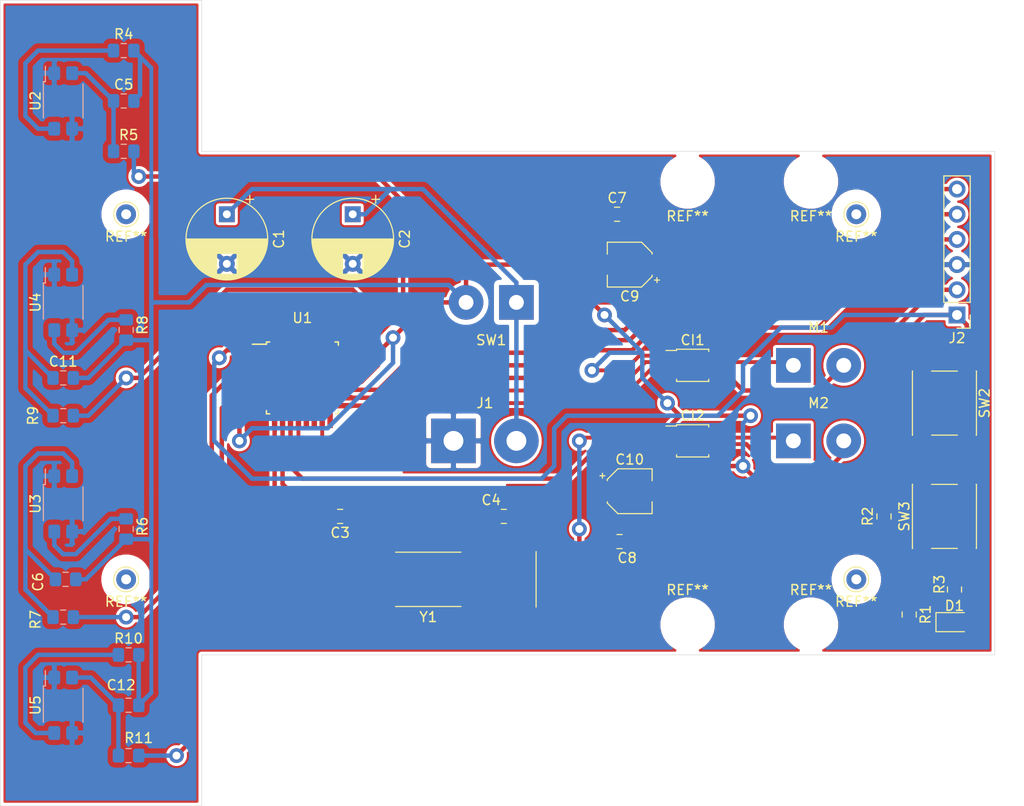
<source format=kicad_pcb>
(kicad_pcb (version 20171130) (host pcbnew "(5.1.2)-2")
  (layers (0 F.Cu signal) (31 B.Cu signal) (34 B.Paste user) (35 F.Paste user) (36 B.SilkS user) (37 F.SilkS user) (38 B.Mask user) (39 F.Mask user) (44 Edge.Cuts user))
  (net 0 "")
  (net 1 GND)
  (net 2 "Net-(C1-Pad1)")
  (net 3 "Net-(C3-Pad1)")
  (net 4 "Net-(C4-Pad2)")
  (net 5 +5V)
  (net 6 "Net-(C5-Pad2)")
  (net 7 "Net-(C6-Pad2)")
  (net 8 "Net-(C11-Pad2)")
  (net 9 "Net-(C12-Pad2)")
  (net 10 "Net-(CI1-Pad7)")
  (net 11 "Net-(CI1-Pad6)")
  (net 12 "Net-(CI1-Pad5)")
  (net 13 M1IN2)
  (net 14 M1IN1)
  (net 15 M2IN1)
  (net 16 M2IN2)
  (net 17 "Net-(CI2-Pad5)")
  (net 18 "Net-(CI2-Pad6)")
  (net 19 "Net-(CI2-Pad7)")
  (net 20 "Net-(D1-Pad1)")
  (net 21 RESET)
  (net 22 MOSI)
  (net 23 MISO)
  (net 24 SCK)
  (net 25 StartBtn)
  (net 26 "Net-(R4-Pad2)")
  (net 27 S1)
  (net 28 "Net-(R6-Pad2)")
  (net 29 S2)
  (net 30 "Net-(R8-Pad2)")
  (net 31 S3)
  (net 32 "Net-(R10-Pad2)")
  (net 33 S4)
  (net 34 "Net-(U1-Pad2)")
  (net 35 "Net-(U1-Pad3)")
  (net 36 "Net-(U1-Pad6)")
  (net 37 "Net-(U1-Pad13)")
  (net 38 "Net-(U1-Pad14)")
  (net 39 "Net-(U1-Pad16)")
  (net 40 "Net-(U1-Pad27)")
  (net 41 "Net-(U1-Pad28)")
  (module Connector_Pin:Pin_D1.0mm_L10.0mm (layer F.Cu) (at 129.54 113.03)
    (fp_text reference REF** (at 0 2.25) (layer F.SilkS))
    (fp_text value Pin_D1.0mm_L10.0mm)
    (pad 1 thru_hole circle (at 0 0) (size 2 2) (drill 1) (layers *.Cu *.Mask) (clearance 1.5))
  )
  (module MountingHole:MountingHole_2.5mm (layer F.Cu) (at 112.522 72.898 180)
    (fp_text reference REF** (at 0 -3.5) (layer F.SilkS))
    (fp_text value MountingHole_2.5mm)
    (pad "" np_thru_hole circle (at 0 0 180) (size 2.5 2.5) (drill 2.5) (layers *.Cu *.Mask) (clearance 1.5))
  )
  (module MountingHole:MountingHole_2.5mm (layer F.Cu) (at 124.968 72.898 180)
    (fp_text reference REF** (at 0 -3.5) (layer F.SilkS))
    (fp_text value MountingHole_2.5mm)
    (pad "" np_thru_hole circle (at 0 0 180) (size 2.5 2.5) (drill 2.5) (layers *.Cu *.Mask) (clearance 1.5))
  )
  (module MountingHole:MountingHole_2.5mm (layer F.Cu) (at 112.522 117.602)
    (fp_text reference REF** (at 0 -3.5) (layer F.SilkS))
    (fp_text value MountingHole_2.5mm)
    (pad "" np_thru_hole circle (at 0 0) (size 2.5 2.5) (drill 2.5) (layers *.Cu *.Mask) (clearance 1.5))
  )
  (module MountingHole:MountingHole_2.5mm (layer F.Cu) (at 124.968 117.602)
    (fp_text reference REF** (at 0 -3.5) (layer F.SilkS))
    (fp_text value MountingHole_2.5mm)
    (pad "" np_thru_hole circle (at 0 0) (size 2.5 2.5) (drill 2.5) (layers *.Cu *.Mask) (clearance 1.5))
  )
  (module Connector_Pin:Pin_D1.0mm_L10.0mm (layer F.Cu) (at 55.88 113.03)
    (fp_text reference REF** (at 0 2.25) (layer F.SilkS))
    (fp_text value Pin_D1.0mm_L10.0mm)
    (pad 1 thru_hole circle (at 0 0) (size 2 2) (drill 1) (layers *.Cu *.Mask) (clearance 1.5))
  )
  (module Connector_Pin:Pin_D1.0mm_L10.0mm (layer F.Cu) (at 55.88 76.2)
    (fp_text reference REF** (at 0 2.25) (layer F.SilkS))
    (fp_text value Pin_D1.0mm_L10.0mm)
    (pad 1 thru_hole circle (at 0 0) (size 2 2) (drill 1) (layers *.Cu *.Mask) (clearance 1.5))
  )
  (module Connector_Pin:Pin_D1.0mm_L10.0mm (layer F.Cu) (at 129.54 76.2)
    (fp_text reference REF** (at 0 2.25) (layer F.SilkS))
    (fp_text value Pin_D1.0mm_L10.0mm)
    (pad 1 thru_hole circle (at 0 0) (size 2 2) (drill 1) (layers *.Cu *.Mask) (clearance 1.5))
  )
  (module OptoDevice:Everlight_ITR8307 (layer B.Cu) (at 49.53 64.77)
    (fp_text reference U2 (at -2.8 0 90) (layer F.SilkS))
    (fp_text value ITR8307)
    (pad 4 smd roundrect (at 0.9 2.8) (size 1.2 1.4) (layers B.Cu B.Paste B.Mask) (roundrect_rratio 0.2) (net 1 GND))
    (pad 2 smd roundrect (at -0.9 2.8) (size 1.2 1.4) (layers B.Cu B.Paste B.Mask) (roundrect_rratio 0.2) (net 26 "Net-(R4-Pad2)"))
    (pad 1 smd roundrect (at -0.9 -2.8) (size 1.2 1.4) (layers B.Cu B.Paste B.Mask) (roundrect_rratio 0.2) (net 1 GND))
    (pad 3 smd roundrect (at 0.9 -2.8) (size 1.2 1.4) (layers B.Cu B.Paste B.Mask) (roundrect_rratio 0.2) (net 6 "Net-(C5-Pad2)"))
  )
  (module OptoDevice:Everlight_ITR8307 (layer B.Cu) (at 49.53 125.73)
    (fp_text reference U5 (at -2.8 0 90) (layer F.SilkS))
    (fp_text value ITR8307)
    (pad 4 smd roundrect (at 0.9 2.8) (size 1.2 1.4) (layers B.Cu B.Paste B.Mask) (roundrect_rratio 0.2) (net 1 GND))
    (pad 2 smd roundrect (at -0.9 2.8) (size 1.2 1.4) (layers B.Cu B.Paste B.Mask) (roundrect_rratio 0.2) (net 32 "Net-(R10-Pad2)"))
    (pad 1 smd roundrect (at -0.9 -2.8) (size 1.2 1.4) (layers B.Cu B.Paste B.Mask) (roundrect_rratio 0.2) (net 1 GND))
    (pad 3 smd roundrect (at 0.9 -2.8) (size 1.2 1.4) (layers B.Cu B.Paste B.Mask) (roundrect_rratio 0.2) (net 9 "Net-(C12-Pad2)"))
  )
  (module OptoDevice:Everlight_ITR8307 (layer B.Cu) (at 49.53 105.41)
    (fp_text reference U3 (at -2.8 0 90) (layer F.SilkS))
    (fp_text value ITR8307)
    (pad 4 smd roundrect (at 0.9 2.8) (size 1.2 1.4) (layers B.Cu B.Paste B.Mask) (roundrect_rratio 0.2) (net 1 GND))
    (pad 2 smd roundrect (at -0.9 2.8) (size 1.2 1.4) (layers B.Cu B.Paste B.Mask) (roundrect_rratio 0.2) (net 28 "Net-(R6-Pad2)"))
    (pad 1 smd roundrect (at -0.9 -2.8) (size 1.2 1.4) (layers B.Cu B.Paste B.Mask) (roundrect_rratio 0.2) (net 1 GND))
    (pad 3 smd roundrect (at 0.9 -2.8) (size 1.2 1.4) (layers B.Cu B.Paste B.Mask) (roundrect_rratio 0.2) (net 7 "Net-(C6-Pad2)"))
  )
  (module OptoDevice:Everlight_ITR8307 (layer B.Cu) (at 49.53 85.09)
    (fp_text reference U4 (at -2.8 0 90) (layer F.SilkS))
    (fp_text value ITR8307)
    (pad 4 smd roundrect (at 0.9 2.8) (size 1.2 1.4) (layers B.Cu B.Paste B.Mask) (roundrect_rratio 0.2) (net 1 GND))
    (pad 2 smd roundrect (at -0.9 2.8) (size 1.2 1.4) (layers B.Cu B.Paste B.Mask) (roundrect_rratio 0.2) (net 30 "Net-(R8-Pad2)"))
    (pad 1 smd roundrect (at -0.9 -2.8) (size 1.2 1.4) (layers B.Cu B.Paste B.Mask) (roundrect_rratio 0.2) (net 1 GND))
    (pad 3 smd roundrect (at 0.9 -2.8) (size 1.2 1.4) (layers B.Cu B.Paste B.Mask) (roundrect_rratio 0.2) (net 8 "Net-(C11-Pad2)"))
  )
  (module Capacitor_THT:CP_Radial_D8.0mm_P5.00mm (layer F.Cu) (at 66.04 76.2 270)
    (fp_text reference C1 (at 2.5 -5.25 90) (layer F.SilkS))
    (fp_text value 3F)
    (pad 2 thru_hole circle (at 5 0 270) (size 1.6 1.6) (drill 0.8) (layers *.Cu *.Mask) (net 1 GND))
    (pad 1 thru_hole rect (at 0 0 270) (size 1.6 1.6) (drill 0.8) (layers *.Cu *.Mask) (net 2 "Net-(C1-Pad1)"))
  )
  (module Capacitor_THT:CP_Radial_D8.0mm_P5.00mm (layer F.Cu) (at 78.74 76.2 270)
    (fp_text reference C2 (at 2.5 -5.25 90) (layer F.SilkS))
    (fp_text value 3F)
    (pad 1 thru_hole rect (at 0 0 270) (size 1.6 1.6) (drill 0.8) (layers *.Cu *.Mask) (net 2 "Net-(C1-Pad1)"))
    (pad 2 thru_hole circle (at 5 0 270) (size 1.6 1.6) (drill 0.8) (layers *.Cu *.Mask) (net 1 GND))
  )
  (module Capacitor_SMD:C_0805_2012Metric_Pad1.15x1.40mm_HandSolder (layer F.Cu) (at 77.47 106.68 180)
    (fp_text reference C3 (at 0 -1.65) (layer F.SilkS))
    (fp_text value 22p)
    (pad 2 smd roundrect (at 1.025 0 180) (size 1.15 1.4) (layers F.Cu F.Paste F.Mask) (roundrect_rratio 0.217) (net 1 GND))
    (pad 1 smd roundrect (at -1.025 0 180) (size 1.15 1.4) (layers F.Cu F.Paste F.Mask) (roundrect_rratio 0.217391) (net 3 "Net-(C3-Pad1)"))
  )
  (module Capacitor_SMD:C_0805_2012Metric_Pad1.15x1.40mm_HandSolder (layer F.Cu) (at 93.98 106.68)
    (fp_text reference C4 (at -1.27 -1.65) (layer F.SilkS))
    (fp_text value 22p)
    (pad 2 smd roundrect (at 1.025 0) (size 1.15 1.4) (layers F.Cu F.Paste F.Mask) (roundrect_rratio 0.217391) (net 4 "Net-(C4-Pad2)"))
    (pad 1 smd roundrect (at -1.025 0) (size 1.15 1.4) (layers F.Cu F.Paste F.Mask) (roundrect_rratio 0.217391) (net 1 GND))
  )
  (module Capacitor_SMD:C_0805_2012Metric_Pad1.15x1.40mm_HandSolder (layer B.Cu) (at 55.635 64.77 180)
    (fp_text reference C5 (at 0 1.65) (layer F.SilkS))
    (fp_text value 10nF)
    (pad 1 smd roundrect (at -1.025 0 180) (size 1.15 1.4) (layers B.Cu B.Paste B.Mask) (roundrect_rratio 0.217391) (net 5 +5V))
    (pad 2 smd roundrect (at 1.025 0 180) (size 1.15 1.4) (layers B.Cu B.Paste B.Mask) (roundrect_rratio 0.217391) (net 6 "Net-(C5-Pad2)"))
  )
  (module Capacitor_SMD:C_0805_2012Metric_Pad1.15x1.40mm_HandSolder (layer B.Cu) (at 49.775 113.03 180)
    (fp_text reference C6 (at 2.785 -0.254 90) (layer F.SilkS))
    (fp_text value 10nF)
    (pad 1 smd roundrect (at -1.025 0 180) (size 1.15 1.4) (layers B.Cu B.Paste B.Mask) (roundrect_rratio 0.217391) (net 5 +5V))
    (pad 2 smd roundrect (at 1.025 0 180) (size 1.15 1.4) (layers B.Cu B.Paste B.Mask) (roundrect_rratio 0.217391) (net 7 "Net-(C6-Pad2)"))
  )
  (module Capacitor_SMD:C_0805_2012Metric_Pad1.15x1.40mm_HandSolder (layer F.Cu) (at 105.41 76.2)
    (fp_text reference C7 (at 0 -1.65) (layer F.SilkS))
    (fp_text value 100n)
    (pad 2 smd roundrect (at 1.025 0) (size 1.15 1.4) (layers F.Cu F.Paste F.Mask) (roundrect_rratio 0.217391) (net 5 +5V))
    (pad 1 smd roundrect (at -1.025 0) (size 1.15 1.4) (layers F.Cu F.Paste F.Mask) (roundrect_rratio 0.217391) (net 1 GND))
  )
  (module Capacitor_SMD:C_0805_2012Metric_Pad1.15x1.40mm_HandSolder (layer F.Cu) (at 105.655 109.22 180)
    (fp_text reference C8 (at -0.771 -1.65) (layer F.SilkS))
    (fp_text value 100n)
    (pad 1 smd roundrect (at -1.025 0 180) (size 1.15 1.4) (layers F.Cu F.Paste F.Mask) (roundrect_rratio 0.217391) (net 1 GND))
    (pad 2 smd roundrect (at 1.025 0 180) (size 1.15 1.4) (layers F.Cu F.Paste F.Mask) (roundrect_rratio 0.217391) (net 5 +5V))
  )
  (module Capacitor_SMD:CP_Elec_4x5.3 (layer F.Cu) (at 106.68 81.28 180)
    (fp_text reference C9 (at 0 -3.2) (layer F.SilkS))
    (fp_text value 10uF)
    (pad 1 smd roundrect (at -1.8 0 180) (size 2.6 1.6) (layers F.Cu F.Paste F.Mask) (roundrect_rratio 0.15625) (net 5 +5V))
    (pad 2 smd roundrect (at 1.8 0 180) (size 2.6 1.6) (layers F.Cu F.Paste F.Mask) (roundrect_rratio 0.15625) (net 1 GND))
  )
  (module Capacitor_SMD:CP_Elec_4x5.3 (layer F.Cu) (at 106.68 104.14)
    (fp_text reference C10 (at 0 -3.2) (layer F.SilkS))
    (fp_text value 10uF)
    (pad 2 smd roundrect (at 1.8 0) (size 2.6 1.6) (layers F.Cu F.Paste F.Mask) (roundrect_rratio 0.15625) (net 1 GND))
    (pad 1 smd roundrect (at -1.8 0) (size 2.6 1.6) (layers F.Cu F.Paste F.Mask) (roundrect_rratio 0.15625) (net 5 +5V))
  )
  (module Capacitor_SMD:C_0805_2012Metric_Pad1.15x1.40mm_HandSolder (layer B.Cu) (at 49.53 92.71 180)
    (fp_text reference C11 (at 0 1.65) (layer F.SilkS))
    (fp_text value 10nF)
    (pad 2 smd roundrect (at 1.025 0 180) (size 1.15 1.4) (layers B.Cu B.Paste B.Mask) (roundrect_rratio 0.217391) (net 8 "Net-(C11-Pad2)"))
    (pad 1 smd roundrect (at -1.025 0 180) (size 1.15 1.4) (layers B.Cu B.Paste B.Mask) (roundrect_rratio 0.217391) (net 5 +5V))
  )
  (module Capacitor_SMD:C_0805_2012Metric_Pad1.15x1.40mm_HandSolder (layer B.Cu) (at 56.125 125.73 180)
    (fp_text reference C12 (at 0.753 2.032) (layer F.SilkS))
    (fp_text value 10nF)
    (pad 1 smd roundrect (at -1.025 0 180) (size 1.15 1.4) (layers B.Cu B.Paste B.Mask) (roundrect_rratio 0.217391) (net 5 +5V))
    (pad 2 smd roundrect (at 1.025 0 180) (size 1.15 1.4) (layers B.Cu B.Paste B.Mask) (roundrect_rratio 0.217391) (net 9 "Net-(C12-Pad2)"))
  )
  (module Package_SO:OnSemi_Micro8 (layer F.Cu) (at 113.03 91.44)
    (fp_text reference CI1 (at 0 -2.55) (layer F.SilkS))
    (fp_text value LB1938FA-BH)
    (pad 8 smd rect (at 2.225 -0.975) (size 0.8 0.48) (layers F.Cu F.Paste F.Mask) (net 1 GND))
    (pad 7 smd rect (at 2.225 -0.325) (size 0.8 0.48) (layers F.Cu F.Paste F.Mask) (net 10 "Net-(CI1-Pad7)"))
    (pad 6 smd rect (at 2.225 0.325) (size 0.8 0.48) (layers F.Cu F.Paste F.Mask) (net 11 "Net-(CI1-Pad6)"))
    (pad 5 smd rect (at 2.225 0.975) (size 0.8 0.48) (layers F.Cu F.Paste F.Mask) (net 12 "Net-(CI1-Pad5)"))
    (pad 4 smd rect (at -2.225 0.975) (size 0.8 0.48) (layers F.Cu F.Paste F.Mask) (net 1 GND))
    (pad 3 smd rect (at -2.225 0.325) (size 0.8 0.48) (layers F.Cu F.Paste F.Mask) (net 13 M1IN2))
    (pad 2 smd rect (at -2.225 -0.325) (size 0.8 0.48) (layers F.Cu F.Paste F.Mask) (net 14 M1IN1))
    (pad 1 smd rect (at -2.225 -0.975) (size 0.8 0.48) (layers F.Cu F.Paste F.Mask) (net 5 +5V))
  )
  (module Package_SO:OnSemi_Micro8 (layer F.Cu) (at 113.03 99.06)
    (fp_text reference CI2 (at 0 -2.55) (layer F.SilkS))
    (fp_text value LB1938FA-BH)
    (pad 8 smd rect (at 2.225 -0.975) (size 0.8 0.48) (layers F.Cu F.Paste F.Mask) (net 1 GND))
    (pad 7 smd rect (at 2.225 -0.325) (size 0.8 0.48) (layers F.Cu F.Paste F.Mask) (net 19 "Net-(CI2-Pad7)"))
    (pad 6 smd rect (at 2.225 0.325) (size 0.8 0.48) (layers F.Cu F.Paste F.Mask) (net 18 "Net-(CI2-Pad6)"))
    (pad 5 smd rect (at 2.225 0.975) (size 0.8 0.48) (layers F.Cu F.Paste F.Mask) (net 17 "Net-(CI2-Pad5)"))
    (pad 4 smd rect (at -2.225 0.975) (size 0.8 0.48) (layers F.Cu F.Paste F.Mask) (net 1 GND))
    (pad 3 smd rect (at -2.225 0.325) (size 0.8 0.48) (layers F.Cu F.Paste F.Mask) (net 16 M2IN2))
    (pad 2 smd rect (at -2.225 -0.325) (size 0.8 0.48) (layers F.Cu F.Paste F.Mask) (net 15 M2IN1))
    (pad 1 smd rect (at -2.225 -0.975) (size 0.8 0.48) (layers F.Cu F.Paste F.Mask) (net 5 +5V))
  )
  (module LED_SMD:LED_0805_2012Metric_Pad1.15x1.40mm_HandSolder (layer F.Cu) (at 139.437 117.348)
    (fp_text reference D1 (at 0 -1.65) (layer F.SilkS))
    (fp_text value LED)
    (pad 2 smd roundrect (at 1.025 0) (size 1.15 1.4) (layers F.Cu F.Paste F.Mask) (roundrect_rratio 0.217391) (net 5 +5V))
    (pad 1 smd roundrect (at -1.025 0) (size 1.15 1.4) (layers F.Cu F.Paste F.Mask) (roundrect_rratio 0.217391) (net 20 "Net-(D1-Pad1)"))
  )
  (module Connector_Wire:SolderWirePad_1x02_P7.62mm_Drill2mm (layer F.Cu) (at 88.9 99.06)
    (fp_text reference J1 (at 3.175 -3.81) (layer F.SilkS))
    (fp_text value Conn_01x02)
    (pad 1 thru_hole rect (at 0 0) (size 4.50088 4.50088) (drill 1.99898) (layers *.Cu *.Mask) (net 1 GND))
    (pad 2 thru_hole circle (at 6.35 0) (size 4.50088 4.50088) (drill 1.99898) (layers *.Cu *.Mask) (net 2 "Net-(C1-Pad1)"))
  )
  (module Connector_PinHeader_2.54mm:PinHeader_1x06_P2.54mm_Vertical (layer F.Cu) (at 139.7 86.36 180)
    (fp_text reference J2 (at 0 -2.33) (layer F.SilkS))
    (fp_text value Conn_01x06_Male)
    (pad 1 thru_hole rect (at 0 0 180) (size 1.7 1.7) (drill 1) (layers *.Cu *.Mask) (net 21 RESET))
    (pad 2 thru_hole oval (at 0 2.54 180) (size 1.7 1.7) (drill 1) (layers *.Cu *.Mask) (net 5 +5V))
    (pad 3 thru_hole oval (at 0 5.08 180) (size 1.7 1.7) (drill 1) (layers *.Cu *.Mask) (net 1 GND))
    (pad 4 thru_hole oval (at 0 7.62 180) (size 1.7 1.7) (drill 1) (layers *.Cu *.Mask) (net 22 MOSI))
    (pad 5 thru_hole oval (at 0 10.16 180) (size 1.7 1.7) (drill 1) (layers *.Cu *.Mask) (net 23 MISO))
    (pad 6 thru_hole oval (at 0 12.7 180) (size 1.7 1.7) (drill 1) (layers *.Cu *.Mask) (net 24 SCK))
  )
  (module Connector_Wire:SolderWirePad_1x02_P5.08mm_Drill1.5mm (layer F.Cu) (at 123.19 91.44)
    (fp_text reference M1 (at 2.54 -3.81) (layer F.SilkS))
    (fp_text value Motor_DC)
    (pad 1 thru_hole rect (at 0 0) (size 3.50012 3.50012) (drill 1.50114) (layers *.Cu *.Mask) (net 10 "Net-(CI1-Pad7)"))
    (pad 2 thru_hole circle (at 5.08 0) (size 3.50012 3.50012) (drill 1.50114) (layers *.Cu *.Mask) (net 11 "Net-(CI1-Pad6)"))
  )
  (module Connector_Wire:SolderWirePad_1x02_P5.08mm_Drill1.5mm (layer F.Cu) (at 123.19 99.06)
    (fp_text reference M2 (at 2.54 -3.81) (layer F.SilkS))
    (fp_text value Motor_DC)
    (pad 2 thru_hole circle (at 5.08 0) (size 3.50012 3.50012) (drill 1.50114) (layers *.Cu *.Mask) (net 18 "Net-(CI2-Pad6)"))
    (pad 1 thru_hole rect (at 0 0) (size 3.50012 3.50012) (drill 1.50114) (layers *.Cu *.Mask) (net 19 "Net-(CI2-Pad7)"))
  )
  (module Resistor_SMD:R_0805_2012Metric_Pad1.15x1.40mm_HandSolder (layer F.Cu) (at 134.874 116.577 270)
    (fp_text reference R1 (at 0 -1.65 90) (layer F.SilkS))
    (fp_text value 1K)
    (pad 2 smd roundrect (at 1.025 0 270) (size 1.15 1.4) (layers F.Cu F.Paste F.Mask) (roundrect_rratio 0.217391) (net 20 "Net-(D1-Pad1)"))
    (pad 1 smd roundrect (at -1.025 0 270) (size 1.15 1.4) (layers F.Cu F.Paste F.Mask) (roundrect_rratio 0.217391) (net 1 GND))
  )
  (module Resistor_SMD:R_0805_2012Metric_Pad1.15x1.40mm_HandSolder (layer F.Cu) (at 132.334 106.68 90)
    (fp_text reference R2 (at 0 -1.65 90) (layer F.SilkS))
    (fp_text value 10K)
    (pad 1 smd roundrect (at -1.025 0 90) (size 1.15 1.4) (layers F.Cu F.Paste F.Mask) (roundrect_rratio 0.217391) (net 5 +5V))
    (pad 2 smd roundrect (at 1.025 0 90) (size 1.15 1.4) (layers F.Cu F.Paste F.Mask) (roundrect_rratio 0.217391) (net 21 RESET))
  )
  (module Resistor_SMD:R_0805_2012Metric_Pad1.15x1.40mm_HandSolder (layer F.Cu) (at 139.446 114.055 90)
    (fp_text reference R3 (at 0.517 -1.524 90) (layer F.SilkS))
    (fp_text value 10K)
    (pad 1 smd roundrect (at -1.025 0 90) (size 1.15 1.4) (layers F.Cu F.Paste F.Mask) (roundrect_rratio 0.217391) (net 5 +5V))
    (pad 2 smd roundrect (at 1.025 0 90) (size 1.15 1.4) (layers F.Cu F.Paste F.Mask) (roundrect_rratio 0.217391) (net 25 StartBtn))
  )
  (module Resistor_SMD:R_0805_2012Metric_Pad1.15x1.40mm_HandSolder (layer B.Cu) (at 55.635 59.69 180)
    (fp_text reference R4 (at 0 1.65) (layer F.SilkS))
    (fp_text value 220)
    (pad 2 smd roundrect (at 1.025 0 180) (size 1.15 1.4) (layers B.Cu B.Paste B.Mask) (roundrect_rratio 0.217391) (net 26 "Net-(R4-Pad2)"))
    (pad 1 smd roundrect (at -1.025 0 180) (size 1.15 1.4) (layers B.Cu B.Paste B.Mask) (roundrect_rratio 0.217391) (net 5 +5V))
  )
  (module Resistor_SMD:R_0805_2012Metric_Pad1.15x1.40mm_HandSolder (layer B.Cu) (at 55.635 69.85 180)
    (fp_text reference R5 (at -0.499 1.65 180) (layer F.SilkS))
    (fp_text value 220)
    (pad 1 smd roundrect (at -1.025 0 180) (size 1.15 1.4) (layers B.Cu B.Paste B.Mask) (roundrect_rratio 0.217391) (net 27 S1))
    (pad 2 smd roundrect (at 1.025 0 180) (size 1.15 1.4) (layers B.Cu B.Paste B.Mask) (roundrect_rratio 0.217391) (net 6 "Net-(C5-Pad2)"))
  )
  (module Resistor_SMD:R_0805_2012Metric_Pad1.15x1.40mm_HandSolder (layer B.Cu) (at 55.88 107.95 90)
    (fp_text reference R6 (at 0.254 1.65 90) (layer F.SilkS))
    (fp_text value 220)
    (pad 2 smd roundrect (at 1.025 0 90) (size 1.15 1.4) (layers B.Cu B.Paste B.Mask) (roundrect_rratio 0.217391) (net 28 "Net-(R6-Pad2)"))
    (pad 1 smd roundrect (at -1.025 0 90) (size 1.15 1.4) (layers B.Cu B.Paste B.Mask) (roundrect_rratio 0.217) (net 5 +5V))
  )
  (module Resistor_SMD:R_0805_2012Metric_Pad1.15x1.40mm_HandSolder (layer B.Cu) (at 49.53 116.84 180)
    (fp_text reference R7 (at 2.794 -0.254 90) (layer F.SilkS))
    (fp_text value 220)
    (pad 1 smd roundrect (at -1.025 0 180) (size 1.15 1.4) (layers B.Cu B.Paste B.Mask) (roundrect_rratio 0.217391) (net 29 S2))
    (pad 2 smd roundrect (at 1.025 0 180) (size 1.15 1.4) (layers B.Cu B.Paste B.Mask) (roundrect_rratio 0.217391) (net 7 "Net-(C6-Pad2)"))
  )
  (module Resistor_SMD:R_0805_2012Metric_Pad1.15x1.40mm_HandSolder (layer B.Cu) (at 55.88 87.875 90)
    (fp_text reference R8 (at 0.499 1.65 90) (layer F.SilkS))
    (fp_text value 220)
    (pad 2 smd roundrect (at 1.025 0 90) (size 1.15 1.4) (layers B.Cu B.Paste B.Mask) (roundrect_rratio 0.217391) (net 30 "Net-(R8-Pad2)"))
    (pad 1 smd roundrect (at -1.025 0 90) (size 1.15 1.4) (layers B.Cu B.Paste B.Mask) (roundrect_rratio 0.217391) (net 5 +5V))
  )
  (module Resistor_SMD:R_0805_2012Metric_Pad1.15x1.40mm_HandSolder (layer B.Cu) (at 49.53 96.52 180)
    (fp_text reference R9 (at 3.048 0 90) (layer F.SilkS))
    (fp_text value 220)
    (pad 1 smd roundrect (at -1.025 0 180) (size 1.15 1.4) (layers B.Cu B.Paste B.Mask) (roundrect_rratio 0.217391) (net 31 S3))
    (pad 2 smd roundrect (at 1.025 0 180) (size 1.15 1.4) (layers B.Cu B.Paste B.Mask) (roundrect_rratio 0.217391) (net 8 "Net-(C11-Pad2)"))
  )
  (module Resistor_SMD:R_0805_2012Metric_Pad1.15x1.40mm_HandSolder (layer B.Cu) (at 56.125 120.65 180)
    (fp_text reference R10 (at 0 1.65) (layer F.SilkS))
    (fp_text value 220)
    (pad 2 smd roundrect (at 1.025 0 180) (size 1.15 1.4) (layers B.Cu B.Paste B.Mask) (roundrect_rratio 0.217391) (net 32 "Net-(R10-Pad2)"))
    (pad 1 smd roundrect (at -1.025 0 180) (size 1.15 1.4) (layers B.Cu B.Paste B.Mask) (roundrect_rratio 0.217391) (net 5 +5V))
  )
  (module Resistor_SMD:R_0805_2012Metric_Pad1.15x1.40mm_HandSolder (layer B.Cu) (at 56.125 130.81 180)
    (fp_text reference R11 (at -1.025 1.778) (layer F.SilkS))
    (fp_text value 220)
    (pad 1 smd roundrect (at -1.025 0 180) (size 1.15 1.4) (layers B.Cu B.Paste B.Mask) (roundrect_rratio 0.217391) (net 33 S4))
    (pad 2 smd roundrect (at 1.025 0 180) (size 1.15 1.4) (layers B.Cu B.Paste B.Mask) (roundrect_rratio 0.217391) (net 9 "Net-(C12-Pad2)"))
  )
  (module Connector_Wire:SolderWirePad_1x02_P5.08mm_Drill1.5mm (layer F.Cu) (at 95.25 85.09 180)
    (fp_text reference SW1 (at 2.54 -3.81) (layer F.SilkS))
    (fp_text value SW_DIP_x01)
    (pad 1 thru_hole rect (at 0 0 180) (size 3.50012 3.50012) (drill 1.50114) (layers *.Cu *.Mask) (net 2 "Net-(C1-Pad1)"))
    (pad 2 thru_hole circle (at 5.08 0 180) (size 3.50012 3.50012) (drill 1.50114) (layers *.Cu *.Mask) (net 5 +5V))
  )
  (module Button_Switch_SMD:SW_Push_1P1T_NO_6x6mm_H9.5mm (layer F.Cu) (at 138.43 95.25 270)
    (fp_text reference SW2 (at 0 -4.05 90) (layer F.SilkS))
    (fp_text value SW_Push)
    (pad 2 smd rect (at -3.975 2.25 270) (size 1.55 1.3) (layers F.Cu F.Paste F.Mask) (net 1 GND))
    (pad 1 smd rect (at -3.975 -2.25 270) (size 1.55 1.3) (layers F.Cu F.Paste F.Mask) (net 21 RESET))
    (pad 1 smd rect (at 3.975 -2.25 270) (size 1.55 1.3) (layers F.Cu F.Paste F.Mask) (net 21 RESET))
    (pad 2 smd rect (at 3.975 2.25 270) (size 1.55 1.3) (layers F.Cu F.Paste F.Mask) (net 1 GND))
  )
  (module Button_Switch_SMD:SW_Push_1P1T_NO_6x6mm_H9.5mm (layer F.Cu) (at 138.43 106.68 90)
    (fp_text reference SW3 (at 0 -4.05 90) (layer F.SilkS))
    (fp_text value SW_Push)
    (pad 2 smd rect (at 3.975 2.25 90) (size 1.55 1.3) (layers F.Cu F.Paste F.Mask) (net 1 GND))
    (pad 1 smd rect (at 3.975 -2.25 90) (size 1.55 1.3) (layers F.Cu F.Paste F.Mask) (net 25 StartBtn))
    (pad 1 smd rect (at -3.975 -2.25 90) (size 1.55 1.3) (layers F.Cu F.Paste F.Mask) (net 25 StartBtn))
    (pad 2 smd rect (at -3.975 2.25 90) (size 1.55 1.3) (layers F.Cu F.Paste F.Mask) (net 1 GND))
  )
  (module Package_QFP:TQFP-32_7x7mm_P0.8mm (layer F.Cu) (at 73.66 92.71)
    (fp_text reference U1 (at 0 -6.05) (layer F.SilkS))
    (fp_text value ATmega328-PU)
    (pad 1 smd rect (at -4.25 -2.8) (size 1.6 0.55) (layers F.Cu F.Paste F.Mask) (net 21 RESET))
    (pad 2 smd rect (at -4.25 -2) (size 1.6 0.55) (layers F.Cu F.Paste F.Mask) (net 34 "Net-(U1-Pad2)"))
    (pad 3 smd rect (at -4.25 -1.2) (size 1.6 0.55) (layers F.Cu F.Paste F.Mask) (net 35 "Net-(U1-Pad3)"))
    (pad 4 smd rect (at -4.25 -0.4) (size 1.6 0.55) (layers F.Cu F.Paste F.Mask) (net 25 StartBtn))
    (pad 5 smd rect (at -4.25 0.4) (size 1.6 0.55) (layers F.Cu F.Paste F.Mask) (net 15 M2IN1))
    (pad 6 smd rect (at -4.25 1.2) (size 1.6 0.55) (layers F.Cu F.Paste F.Mask) (net 36 "Net-(U1-Pad6)"))
    (pad 7 smd rect (at -4.25 2) (size 1.6 0.55) (layers F.Cu F.Paste F.Mask) (net 5 +5V))
    (pad 8 smd rect (at -4.25 2.8) (size 1.6 0.55) (layers F.Cu F.Paste F.Mask) (net 1 GND))
    (pad 9 smd rect (at -2.8 4.25 90) (size 1.6 0.55) (layers F.Cu F.Paste F.Mask) (net 3 "Net-(C3-Pad1)"))
    (pad 10 smd rect (at -2 4.25 90) (size 1.6 0.55) (layers F.Cu F.Paste F.Mask) (net 4 "Net-(C4-Pad2)"))
    (pad 11 smd rect (at -1.2 4.25 90) (size 1.6 0.55) (layers F.Cu F.Paste F.Mask) (net 16 M2IN2))
    (pad 12 smd rect (at -0.4 4.25 90) (size 1.6 0.55) (layers F.Cu F.Paste F.Mask) (net 13 M1IN2))
    (pad 13 smd rect (at 0.4 4.25 90) (size 1.6 0.55) (layers F.Cu F.Paste F.Mask) (net 37 "Net-(U1-Pad13)"))
    (pad 14 smd rect (at 1.2 4.25 90) (size 1.6 0.55) (layers F.Cu F.Paste F.Mask) (net 38 "Net-(U1-Pad14)"))
    (pad 15 smd rect (at 2 4.25 90) (size 1.6 0.55) (layers F.Cu F.Paste F.Mask) (net 14 M1IN1))
    (pad 16 smd rect (at 2.8 4.25 90) (size 1.6 0.55) (layers F.Cu F.Paste F.Mask) (net 39 "Net-(U1-Pad16)"))
    (pad 17 smd rect (at 4.25 2.8) (size 1.6 0.55) (layers F.Cu F.Paste F.Mask) (net 22 MOSI))
    (pad 18 smd rect (at 4.25 2) (size 1.6 0.55) (layers F.Cu F.Paste F.Mask) (net 23 MISO))
    (pad 19 smd rect (at 4.25 1.2) (size 1.6 0.55) (layers F.Cu F.Paste F.Mask) (net 24 SCK))
    (pad 20 smd rect (at 4.25 0.4) (size 1.6 0.55) (layers F.Cu F.Paste F.Mask) (net 5 +5V))
    (pad 21 smd rect (at 4.25 -0.4) (size 1.6 0.55) (layers F.Cu F.Paste F.Mask) (net 5 +5V))
    (pad 22 smd rect (at 4.25 -1.2) (size 1.6 0.55) (layers F.Cu F.Paste F.Mask) (net 1 GND))
    (pad 23 smd rect (at 4.25 -2) (size 1.6 0.55) (layers F.Cu F.Paste F.Mask) (net 27 S1))
    (pad 24 smd rect (at 4.25 -2.8) (size 1.6 0.55) (layers F.Cu F.Paste F.Mask) (net 31 S3))
    (pad 25 smd rect (at 2.8 -4.25 90) (size 1.6 0.55) (layers F.Cu F.Paste F.Mask) (net 29 S2))
    (pad 26 smd rect (at 2 -4.25 90) (size 1.6 0.55) (layers F.Cu F.Paste F.Mask) (net 33 S4))
    (pad 27 smd rect (at 1.2 -4.25 90) (size 1.6 0.55) (layers F.Cu F.Paste F.Mask) (net 40 "Net-(U1-Pad27)"))
    (pad 28 smd rect (at 0.4 -4.25 90) (size 1.6 0.55) (layers F.Cu F.Paste F.Mask) (net 41 "Net-(U1-Pad28)"))
    (pad 29 smd rect (at -0.4 -4.25 90) (size 1.6 0.55) (layers F.Cu F.Paste F.Mask))
    (pad 30 smd rect (at -1.2 -4.25 90) (size 1.6 0.55) (layers F.Cu F.Paste F.Mask))
    (pad 31 smd rect (at -2 -4.25 90) (size 1.6 0.55) (layers F.Cu F.Paste F.Mask))
    (pad 32 smd rect (at -2.8 -4.25 90) (size 1.6 0.55) (layers F.Cu F.Paste F.Mask))
  )
  (module Crystal:Crystal_SMD_SeikoEpson_MA505-2Pin_12.7x5.1mm_HandSoldering (layer F.Cu) (at 86.36 113.03 180)
    (fp_text reference Y1 (at 0 -3.8) (layer F.SilkS))
    (fp_text value 16Mhz)
    (pad 1 smd rect (at -7.0875 0 180) (size 7.175 5.6) (layers F.Cu F.Paste F.Mask) (net 4 "Net-(C4-Pad2)"))
    (pad 2 smd rect (at 7.0875 0 180) (size 7.175 5.6) (layers F.Cu F.Paste F.Mask) (net 3 "Net-(C3-Pad1)"))
  )
  (gr_line (start 43.18 135.89) (end 43.18 54.61) (layer Edge.Cuts) (width 0.05))
  (gr_line (start 63.5 135.89) (end 43.18 135.89) (layer Edge.Cuts) (width 0.05))
  (gr_line (start 63.5 120.65) (end 63.5 135.89) (layer Edge.Cuts) (width 0.05))
  (gr_line (start 143.51 120.65) (end 63.5 120.65) (layer Edge.Cuts) (width 0.05))
  (gr_line (start 143.51 69.85) (end 143.51 120.65) (layer Edge.Cuts) (width 0.05))
  (gr_line (start 63.5 69.85) (end 143.51 69.85) (layer Edge.Cuts) (width 0.05))
  (gr_line (start 63.5 54.61) (end 63.5 69.85) (layer Edge.Cuts) (width 0.05))
  (gr_line (start 43.18 54.61) (end 63.5 54.61) (layer Edge.Cuts) (width 0.05))
  (segment (start 95.25 99.06) (end 95.25 85.09) (width 0.45) (layer B.Cu) (net 2))
  (segment (start 95.25 85.09) (end 95.25 83.08994) (width 0.45) (layer B.Cu) (net 2))
  (segment (start 83.28 73.66) (end 68.58 73.66) (width 0.45) (layer B.Cu) (net 2))
  (segment (start 68.58 73.66) (end 66.04 76.2) (width 0.45) (layer B.Cu) (net 2))
  (segment (start 80.01 76.2) (end 78.74 76.2) (width 0.45) (layer B.Cu) (net 2))
  (segment (start 85.82006 73.66) (end 82.55 73.66) (width 0.45) (layer B.Cu) (net 2))
  (segment (start 82.55 73.66) (end 80.01 76.2) (width 0.45) (layer B.Cu) (net 2))
  (segment (start 95.25 83.08994) (end 85.82006 73.66) (width 0.45) (layer B.Cu) (net 2))
  (segment (start 70.86 101.82) (end 70.86 100.77) (width 0.45) (layer F.Cu) (net 3))
  (segment (start 70.86 98.05) (end 70.86 96.96) (width 0.45) (layer F.Cu) (net 3))
  (segment (start 70.86 100.77) (end 70.86 98.05) (width 0.45) (layer F.Cu) (net 3))
  (segment (start 70.86 103.88) (end 70.86 100.77) (width 0.45) (layer F.Cu) (net 3))
  (segment (start 78.495 112.2525) (end 79.2725 113.03) (width 0.45) (layer F.Cu) (net 3))
  (segment (start 78.495 106.68) (end 78.495 112.2525) (width 0.45) (layer F.Cu) (net 3))
  (segment (start 72.39 105.41) (end 70.86 103.88) (width 0.45) (layer F.Cu) (net 3))
  (segment (start 77.225 105.41) (end 72.39 105.41) (width 0.45) (layer F.Cu) (net 3))
  (segment (start 78.495 106.68) (end 77.225 105.41) (width 0.45) (layer F.Cu) (net 3))
  (segment (start 95.005 111.4725) (end 93.4475 113.03) (width 0.45) (layer F.Cu) (net 4))
  (segment (start 95.005 106.68) (end 95.005 111.4725) (width 0.45) (layer F.Cu) (net 4))
  (segment (start 95.005 105.038) (end 95.005 106.68) (width 0.45) (layer F.Cu) (net 4))
  (segment (start 94.107 104.14) (end 95.005 105.038) (width 0.45) (layer F.Cu) (net 4))
  (segment (start 72.39 104.14) (end 94.107 104.14) (width 0.45) (layer F.Cu) (net 4))
  (segment (start 71.66 96.96) (end 71.66 103.41) (width 0.45) (layer F.Cu) (net 4))
  (segment (start 71.66 103.41) (end 72.39 104.14) (width 0.45) (layer F.Cu) (net 4))
  (segment (start 77.91 92.31) (end 79.14 92.31) (width 0.45) (layer F.Cu) (net 5))
  (segment (start 86.36 85.09) (end 90.17 85.09) (width 0.45) (layer F.Cu) (net 5))
  (segment (start 77.91 93.11) (end 79.61 93.11) (width 0.45) (layer F.Cu) (net 5))
  (segment (start 79.61 93.11) (end 81.28 91.44) (width 0.45) (layer F.Cu) (net 5))
  (segment (start 81.28 91.44) (end 81.28 90.17) (width 0.45) (layer F.Cu) (net 5))
  (segment (start 79.14 92.31) (end 81.28 90.17) (width 0.45) (layer F.Cu) (net 5))
  (segment (start 81.28 90.17) (end 86.36 85.09) (width 0.45) (layer F.Cu) (net 5))
  (segment (start 68.58 97.79) (end 72.39 97.79) (width 0.45) (layer B.Cu) (net 5))
  (segment (start 72.39 97.79) (end 76.2 97.79) (width 0.45) (layer B.Cu) (net 5))
  (segment (start 76.2 97.79) (end 80.01 93.98) (width 0.45) (layer B.Cu) (net 5))
  (segment (start 80.01 93.98) (end 81.28 92.71) (width 0.45) (layer B.Cu) (net 5))
  (segment (start 63.5 83.82) (end 63.5 83.82) (width 0.45) (layer B.Cu) (net 5))
  (segment (start 102.87 85.09) (end 107.95 85.09) (width 0.45) (layer F.Cu) (net 5))
  (segment (start 107.95 85.09) (end 110.49 82.55) (width 0.45) (layer F.Cu) (net 5))
  (segment (start 110.49 82.55) (end 110.49 81.28) (width 0.45) (layer F.Cu) (net 5))
  (segment (start 110.49 81.28) (end 108.48 81.28) (width 0.45) (layer F.Cu) (net 5))
  (segment (start 106.435 76.2) (end 109.22 76.2) (width 0.45) (layer F.Cu) (net 5))
  (segment (start 109.22 76.2) (end 110.49 77.47) (width 0.45) (layer F.Cu) (net 5))
  (segment (start 110.49 77.47) (end 110.49 81.28) (width 0.45) (layer F.Cu) (net 5))
  (segment (start 104.63 104.39) (end 104.88 104.14) (width 0.45) (layer F.Cu) (net 5))
  (segment (start 104.63 109.22) (end 104.63 104.39) (width 0.45) (layer F.Cu) (net 5))
  (segment (start 56.66 59.69) (end 58.42 61.45) (width 0.45) (layer B.Cu) (net 5))
  (segment (start 57.15 125.73) (end 58.42 124.46) (width 0.45) (layer B.Cu) (net 5))
  (segment (start 57.15 120.65) (end 57.15 125.73) (width 0.45) (layer B.Cu) (net 5))
  (segment (start 58.42 61.45) (end 58.42 78.74) (width 0.39) (layer B.Cu) (net 5))
  (segment (start 57.283372 60.313372) (end 56.66 59.69) (width 0.45) (layer B.Cu) (net 5))
  (segment (start 57.283372 64.146628) (end 57.283372 60.313372) (width 0.45) (layer B.Cu) (net 5))
  (segment (start 56.66 64.77) (end 57.283372 64.146628) (width 0.45) (layer B.Cu) (net 5))
  (segment (start 62.23 85.09) (end 58.42 85.09) (width 0.45) (layer B.Cu) (net 5))
  (segment (start 63.980059 83.339941) (end 62.23 85.09) (width 0.45) (layer B.Cu) (net 5))
  (segment (start 90.17 85.09) (end 88.419941 83.339941) (width 0.45) (layer B.Cu) (net 5))
  (segment (start 58.42 78.74) (end 58.42 85.09) (width 0.45) (layer B.Cu) (net 5))
  (segment (start 88.419941 83.339941) (end 63.980059 83.339941) (width 0.45) (layer B.Cu) (net 5))
  (segment (start 51.825 113.03) (end 55.88 108.975) (width 0.45) (layer B.Cu) (net 5))
  (segment (start 50.8 113.03) (end 51.825 113.03) (width 0.45) (layer B.Cu) (net 5))
  (segment (start 58.175 108.975) (end 58.42 109.22) (width 0.45) (layer B.Cu) (net 5))
  (segment (start 55.88 108.975) (end 58.175 108.975) (width 0.45) (layer B.Cu) (net 5))
  (segment (start 58.42 104.14) (end 58.42 109.22) (width 0.45) (layer B.Cu) (net 5))
  (segment (start 58.42 109.22) (end 58.42 124.46) (width 0.39) (layer B.Cu) (net 5))
  (segment (start 52.07 92.71) (end 55.88 88.9) (width 0.45) (layer B.Cu) (net 5))
  (segment (start 50.555 92.71) (end 52.07 92.71) (width 0.45) (layer B.Cu) (net 5))
  (segment (start 55.88 88.9) (end 58.42 88.9) (width 0.45) (layer B.Cu) (net 5))
  (segment (start 58.42 85.09) (end 58.42 88.9) (width 0.45) (layer B.Cu) (net 5))
  (segment (start 58.42 88.9) (end 58.42 104.14) (width 0.45) (layer B.Cu) (net 5))
  (segment (start 104.14 86.36) (end 104.14 86.36) (width 0.45) (layer F.Cu) (net 5))
  (via (at 104.14 86.36) (size 1.5) (drill 0.8) (layers F.Cu B.Cu) (net 5))
  (segment (start 102.87 85.09) (end 104.14 86.36) (width 0.45) (layer F.Cu) (net 5))
  (segment (start 99.06 81.28) (end 102.87 85.09) (width 0.45) (layer F.Cu) (net 5))
  (segment (start 90.17 85.09) (end 90.17 82.55) (width 0.45) (layer F.Cu) (net 5))
  (segment (start 90.17 82.55) (end 91.44 81.28) (width 0.45) (layer F.Cu) (net 5))
  (segment (start 91.44 81.28) (end 99.06 81.28) (width 0.45) (layer F.Cu) (net 5))
  (segment (start 119.888 103.378) (end 127.753 103.378) (width 0.45) (layer F.Cu) (net 5))
  (segment (start 127.753 103.378) (end 129.286 104.911) (width 0.45) (layer F.Cu) (net 5))
  (segment (start 118.11 101.6) (end 119.888 103.378) (width 0.45) (layer F.Cu) (net 5))
  (segment (start 107.95 90.17) (end 104.14 86.36) (width 0.45) (layer B.Cu) (net 5))
  (segment (start 107.95 90.17) (end 107.95 92.71) (width 0.45) (layer B.Cu) (net 5))
  (segment (start 107.95 92.71) (end 109.22 93.98) (width 0.45) (layer B.Cu) (net 5))
  (segment (start 110.49 95.25) (end 109.22 93.98) (width 0.45) (layer B.Cu) (net 5))
  (segment (start 110.49 95.25) (end 110.49 95.25) (width 0.45) (layer F.Cu) (net 5))
  (via (at 110.49 95.25) (size 1.5) (drill 0.8) (layers F.Cu B.Cu) (net 5))
  (segment (start 110.805 97.475) (end 110.805 98.085) (width 0.39) (layer F.Cu) (net 5))
  (segment (start 111.76 96.52) (end 110.805 97.475) (width 0.45) (layer F.Cu) (net 5))
  (segment (start 111.76 96.52) (end 110.49 95.25) (width 0.45) (layer F.Cu) (net 5))
  (segment (start 118.11 101.6) (end 118.11 101.6) (width 0.45) (layer B.Cu) (net 5))
  (via (at 118.11 101.6) (size 1.5) (drill 0.8) (layers F.Cu B.Cu) (net 5))
  (segment (start 140.462 116.096) (end 139.446 115.08) (width 0.45) (layer F.Cu) (net 5))
  (segment (start 140.462 117.348) (end 140.462 116.096) (width 0.45) (layer F.Cu) (net 5))
  (segment (start 137.414 83.82) (end 139.7 83.82) (width 0.45) (layer F.Cu) (net 5))
  (segment (start 116.84 96.52) (end 116.84 96.52) (width 0.45) (layer F.Cu) (net 5))
  (segment (start 118.11 97.79) (end 118.11 101.6) (width 0.45) (layer B.Cu) (net 5))
  (segment (start 114.046 101.6) (end 118.11 101.6) (width 0.45) (layer F.Cu) (net 5))
  (segment (start 104.63 110.98) (end 105.41 111.76) (width 0.45) (layer F.Cu) (net 5))
  (segment (start 104.63 109.22) (end 104.63 110.98) (width 0.45) (layer F.Cu) (net 5))
  (segment (start 105.41 111.76) (end 108.204 111.76) (width 0.45) (layer F.Cu) (net 5))
  (segment (start 108.204 111.76) (end 111.506 108.458) (width 0.45) (layer F.Cu) (net 5))
  (segment (start 111.506 108.458) (end 111.506 104.14) (width 0.45) (layer F.Cu) (net 5))
  (segment (start 111.506 104.14) (end 114.046 101.6) (width 0.45) (layer F.Cu) (net 5))
  (segment (start 138.646 115.08) (end 139.446 115.08) (width 0.45) (layer F.Cu) (net 5))
  (segment (start 138.628 115.062) (end 138.646 115.08) (width 0.45) (layer F.Cu) (net 5))
  (segment (start 137.668 115.062) (end 138.628 115.062) (width 0.45) (layer F.Cu) (net 5))
  (segment (start 132.334 107.705) (end 132.334 109.728) (width 0.45) (layer F.Cu) (net 5))
  (segment (start 132.334 109.728) (end 137.668 115.062) (width 0.45) (layer F.Cu) (net 5))
  (segment (start 132.334 107.705) (end 130.819 107.705) (width 0.45) (layer F.Cu) (net 5))
  (segment (start 129.286 106.172) (end 129.286 104.911) (width 0.45) (layer F.Cu) (net 5))
  (segment (start 130.819 107.705) (end 129.286 106.172) (width 0.45) (layer F.Cu) (net 5))
  (segment (start 132.588 88.646) (end 134.112 87.122) (width 0.45) (layer F.Cu) (net 5))
  (segment (start 132.588 100.076) (end 132.588 88.646) (width 0.45) (layer F.Cu) (net 5))
  (segment (start 129.286 103.378) (end 132.588 100.076) (width 0.45) (layer F.Cu) (net 5))
  (segment (start 129.286 104.911) (end 129.286 103.378) (width 0.45) (layer F.Cu) (net 5))
  (segment (start 133.604 87.63) (end 134.112 87.122) (width 0.45) (layer F.Cu) (net 5))
  (segment (start 134.112 87.122) (end 137.414 83.82) (width 0.45) (layer F.Cu) (net 5))
  (segment (start 68.58 97.79) (end 67.31 99.06) (width 0.45) (layer B.Cu) (net 5))
  (segment (start 67.31 99.06) (end 67.31 99.06) (width 0.45) (layer B.Cu) (net 5))
  (via (at 67.31 99.06) (size 1.5) (drill 0.8) (layers F.Cu B.Cu) (net 5))
  (segment (start 67.31 95.25) (end 67.31 99.06) (width 0.45) (layer F.Cu) (net 5))
  (segment (start 69.41 94.71) (end 67.85 94.71) (width 0.45) (layer F.Cu) (net 5))
  (segment (start 67.85 94.71) (end 67.31 95.25) (width 0.45) (layer F.Cu) (net 5))
  (segment (start 81.28 92.71) (end 82.55 91.44) (width 0.45) (layer B.Cu) (net 5))
  (segment (start 82.55 91.44) (end 82.804 91.186) (width 0.45) (layer B.Cu) (net 5))
  (segment (start 82.804 91.186) (end 82.804 88.646) (width 0.45) (layer B.Cu) (net 5))
  (segment (start 82.804 88.646) (end 82.804 88.646) (width 0.45) (layer B.Cu) (net 5))
  (via (at 82.804 88.646) (size 1.5) (drill 0.8) (layers F.Cu B.Cu) (net 5))
  (segment (start 107.95 90.17) (end 104.648 90.17) (width 0.45) (layer B.Cu) (net 5))
  (segment (start 104.648 90.17) (end 102.87 91.948) (width 0.45) (layer B.Cu) (net 5))
  (segment (start 102.87 91.948) (end 102.87 91.948) (width 0.45) (layer B.Cu) (net 5))
  (via (at 102.87 91.948) (size 1.5) (drill 0.8) (layers F.Cu B.Cu) (net 5))
  (segment (start 106.172 91.948) (end 102.87 91.948) (width 0.39) (layer F.Cu) (net 5))
  (segment (start 110.805 90.465) (end 107.655 90.465) (width 0.39) (layer F.Cu) (net 5))
  (segment (start 107.655 90.465) (end 106.172 91.948) (width 0.39) (layer F.Cu) (net 5))
  (segment (start 118.11 97.79) (end 118.11 97.282) (width 0.45) (layer B.Cu) (net 5))
  (segment (start 118.11 97.282) (end 118.872 96.52) (width 0.45) (layer B.Cu) (net 5))
  (segment (start 118.872 96.52) (end 118.872 96.52) (width 0.45) (layer B.Cu) (net 5))
  (via (at 118.872 96.52) (size 1.5) (drill 0.8) (layers F.Cu B.Cu) (net 5))
  (segment (start 116.84 96.52) (end 118.872 96.52) (width 0.45) (layer F.Cu) (net 5))
  (segment (start 111.76 96.52) (end 116.84 96.52) (width 0.45) (layer F.Cu) (net 5))
  (segment (start 51.81 61.97) (end 54.61 64.77) (width 0.45) (layer B.Cu) (net 6))
  (segment (start 50.43 61.97) (end 51.81 61.97) (width 0.45) (layer B.Cu) (net 6))
  (segment (start 54.61 64.77) (end 54.61 69.85) (width 0.45) (layer B.Cu) (net 6))
  (segment (start 50.43 101.23) (end 49.53 100.33) (width 0.45) (layer B.Cu) (net 7))
  (segment (start 50.43 102.61) (end 50.43 101.23) (width 0.45) (layer B.Cu) (net 7))
  (segment (start 49.53 100.33) (end 46.99 100.33) (width 0.45) (layer B.Cu) (net 7))
  (segment (start 46.99 100.33) (end 45.72 101.6) (width 0.45) (layer B.Cu) (net 7))
  (segment (start 45.72 110) (end 48.75 113.03) (width 0.45) (layer B.Cu) (net 7))
  (segment (start 45.72 101.6) (end 45.72 110) (width 0.45) (layer B.Cu) (net 7))
  (segment (start 45.72 114.055) (end 48.505 116.84) (width 0.45) (layer B.Cu) (net 7))
  (segment (start 45.72 110) (end 45.72 114.055) (width 0.45) (layer B.Cu) (net 7))
  (segment (start 50.43 82.29) (end 50.43 80.91) (width 0.45) (layer B.Cu) (net 8))
  (segment (start 50.43 80.91) (end 49.53 80.01) (width 0.45) (layer B.Cu) (net 8))
  (segment (start 49.53 80.01) (end 46.99 80.01) (width 0.45) (layer B.Cu) (net 8))
  (segment (start 46.99 80.01) (end 45.72 81.28) (width 0.45) (layer B.Cu) (net 8))
  (segment (start 45.72 89.925) (end 48.505 92.71) (width 0.45) (layer B.Cu) (net 8))
  (segment (start 45.72 81.28) (end 45.72 89.925) (width 0.45) (layer B.Cu) (net 8))
  (segment (start 45.72 93.735) (end 48.505 96.52) (width 0.45) (layer B.Cu) (net 8))
  (segment (start 45.72 89.925) (end 45.72 93.735) (width 0.45) (layer B.Cu) (net 8))
  (segment (start 52.3 122.93) (end 55.1 125.73) (width 0.45) (layer B.Cu) (net 9))
  (segment (start 50.43 122.93) (end 52.3 122.93) (width 0.45) (layer B.Cu) (net 9))
  (segment (start 55.1 130.01) (end 55.1 125.73) (width 0.45) (layer B.Cu) (net 9))
  (segment (start 55.1 130.81) (end 55.1 130.01) (width 0.45) (layer B.Cu) (net 9))
  (segment (start 122.865 91.115) (end 123.19 91.44) (width 0.45) (layer F.Cu) (net 10))
  (segment (start 115.255 91.115) (end 122.865 91.115) (width 0.39) (layer F.Cu) (net 10))
  (segment (start 115.905 91.765) (end 118.12 93.98) (width 0.45) (layer F.Cu) (net 11))
  (segment (start 115.255 91.765) (end 115.905 91.765) (width 0.39) (layer F.Cu) (net 11))
  (segment (start 125.73 93.98) (end 128.27 91.44) (width 0.45) (layer F.Cu) (net 11))
  (segment (start 118.12 93.98) (end 125.73 93.98) (width 0.45) (layer F.Cu) (net 11))
  (segment (start 110.805 91.765) (end 110.155 91.765) (width 0.39) (layer F.Cu) (net 13))
  (segment (start 83.82 101.6) (end 85.09 100.33) (width 0.39) (layer F.Cu) (net 13))
  (segment (start 85.09 96.52) (end 86.36 95.25) (width 0.39) (layer F.Cu) (net 13))
  (segment (start 73.26 96.96) (end 73.26 101.2) (width 0.39) (layer F.Cu) (net 13))
  (segment (start 86.36 95.25) (end 105.41 95.25) (width 0.39) (layer F.Cu) (net 13))
  (segment (start 73.26 101.2) (end 73.66 101.6) (width 0.39) (layer F.Cu) (net 13))
  (segment (start 73.66 101.6) (end 83.82 101.6) (width 0.39) (layer F.Cu) (net 13))
  (segment (start 85.09 100.33) (end 85.09 96.52) (width 0.39) (layer F.Cu) (net 13))
  (segment (start 105.41 95.25) (end 108.895 91.765) (width 0.39) (layer F.Cu) (net 13))
  (segment (start 108.895 91.765) (end 110.805 91.765) (width 0.39) (layer F.Cu) (net 13))
  (segment (start 83.82 96.52) (end 86.36 93.98) (width 0.39) (layer F.Cu) (net 14))
  (segment (start 86.36 93.98) (end 105.41 93.98) (width 0.39) (layer F.Cu) (net 14))
  (segment (start 83.82 99.06) (end 83.82 96.52) (width 0.39) (layer F.Cu) (net 14))
  (segment (start 75.66 96.96) (end 75.66 99.79) (width 0.39) (layer F.Cu) (net 14))
  (segment (start 105.41 93.98) (end 108.275 91.115) (width 0.39) (layer F.Cu) (net 14))
  (segment (start 82.55 100.33) (end 83.82 99.06) (width 0.39) (layer F.Cu) (net 14))
  (segment (start 76.2 100.33) (end 82.55 100.33) (width 0.39) (layer F.Cu) (net 14))
  (segment (start 75.66 99.79) (end 76.2 100.33) (width 0.39) (layer F.Cu) (net 14))
  (segment (start 108.275 91.115) (end 110.805 91.115) (width 0.39) (layer F.Cu) (net 14))
  (segment (start 96.52 118.11) (end 97.79 118.11) (width 0.45) (layer F.Cu) (net 15))
  (segment (start 69.41 93.11) (end 68.18 93.11) (width 0.45) (layer F.Cu) (net 15))
  (segment (start 97.79 118.11) (end 100.33 118.11) (width 0.45) (layer F.Cu) (net 15))
  (segment (start 101.6 116.84) (end 101.6 107.95) (width 0.45) (layer F.Cu) (net 15))
  (segment (start 101.6 107.95) (end 101.6 107.95) (width 0.45) (layer F.Cu) (net 15))
  (segment (start 100.33 118.11) (end 101.6 116.84) (width 0.45) (layer F.Cu) (net 15))
  (via (at 101.6 107.95) (size 1.5) (drill 0.8) (layers F.Cu B.Cu) (net 15))
  (via (at 101.6 99.06) (size 1.5) (drill 0.8) (layers F.Cu B.Cu) (net 15))
  (segment (start 101.6 99.06) (end 101.6 99.06) (width 0.45) (layer F.Cu) (net 15))
  (segment (start 101.6 99.06) (end 101.6 107.95) (width 0.45) (layer B.Cu) (net 15))
  (segment (start 110.805 98.735) (end 101.925 98.735) (width 0.39) (layer F.Cu) (net 15))
  (segment (start 101.925 98.735) (end 101.6 99.06) (width 0.45) (layer F.Cu) (net 15))
  (segment (start 65.532 95.758) (end 66.802 94.488) (width 0.45) (layer F.Cu) (net 15))
  (segment (start 65.532 111.252) (end 65.532 95.758) (width 0.45) (layer F.Cu) (net 15))
  (segment (start 72.39 118.11) (end 65.532 111.252) (width 0.45) (layer F.Cu) (net 15))
  (segment (start 97.79 118.11) (end 72.39 118.11) (width 0.45) (layer F.Cu) (net 15))
  (segment (start 68.18 93.11) (end 66.802 94.488) (width 0.45) (layer F.Cu) (net 15))
  (segment (start 66.802 94.488) (end 66.584999 94.705001) (width 0.45) (layer F.Cu) (net 15))
  (segment (start 100.33 102.87) (end 73.66 102.87) (width 0.45) (layer F.Cu) (net 16))
  (segment (start 110.805 99.385) (end 110.155 99.385) (width 0.39) (layer F.Cu) (net 16))
  (segment (start 110.155 99.385) (end 109.21 100.33) (width 0.45) (layer F.Cu) (net 16))
  (segment (start 102.87 100.33) (end 100.33 102.87) (width 0.45) (layer F.Cu) (net 16))
  (segment (start 109.21 100.33) (end 102.87 100.33) (width 0.45) (layer F.Cu) (net 16))
  (segment (start 72.46 101.67) (end 72.46 96.96) (width 0.45) (layer F.Cu) (net 16))
  (segment (start 73.66 102.87) (end 72.46 101.67) (width 0.45) (layer F.Cu) (net 16))
  (segment (start 128.27 100.33) (end 128.27 99.06) (width 0.45) (layer F.Cu) (net 18))
  (segment (start 118.435 99.385) (end 120.65 101.6) (width 0.45) (layer F.Cu) (net 18))
  (segment (start 127 101.6) (end 128.27 100.33) (width 0.45) (layer F.Cu) (net 18))
  (segment (start 120.65 101.6) (end 127 101.6) (width 0.45) (layer F.Cu) (net 18))
  (segment (start 115.255 99.385) (end 118.435 99.385) (width 0.39) (layer F.Cu) (net 18))
  (segment (start 115.255 98.735) (end 122.865 98.735) (width 0.39) (layer F.Cu) (net 19))
  (segment (start 122.865 98.735) (end 123.19 99.06) (width 0.45) (layer F.Cu) (net 19))
  (segment (start 138.403 117.357) (end 138.412 117.348) (width 0.45) (layer F.Cu) (net 20))
  (segment (start 138.158 117.602) (end 138.412 117.348) (width 0.45) (layer F.Cu) (net 20))
  (segment (start 134.874 117.602) (end 138.158 117.602) (width 0.45) (layer F.Cu) (net 20))
  (segment (start 127 87.63) (end 121.92 87.63) (width 0.45) (layer B.Cu) (net 21))
  (segment (start 121.92 87.63) (end 118.11 91.44) (width 0.45) (layer B.Cu) (net 21))
  (segment (start 118.11 91.44) (end 118.11 93.98) (width 0.45) (layer B.Cu) (net 21))
  (segment (start 118.11 93.98) (end 115.57 96.52) (width 0.45) (layer B.Cu) (net 21))
  (segment (start 115.57 96.52) (end 100.33 96.52) (width 0.45) (layer B.Cu) (net 21))
  (segment (start 97.79 102.87) (end 68.58 102.87) (width 0.45) (layer B.Cu) (net 21))
  (segment (start 68.58 102.87) (end 64.77 99.06) (width 0.45) (layer B.Cu) (net 21))
  (segment (start 99.06 101.6) (end 97.79 102.87) (width 0.45) (layer B.Cu) (net 21))
  (segment (start 99.06 97.79) (end 99.06 101.6) (width 0.45) (layer B.Cu) (net 21))
  (segment (start 100.33 96.52) (end 99.06 97.79) (width 0.45) (layer B.Cu) (net 21))
  (segment (start 64.77 99.06) (end 64.77 92.71) (width 0.45) (layer B.Cu) (net 21))
  (segment (start 128.27 86.36) (end 139.7 86.36) (width 0.45) (layer B.Cu) (net 21))
  (segment (start 127 87.63) (end 128.27 86.36) (width 0.45) (layer B.Cu) (net 21))
  (segment (start 136.398 86.36) (end 139.7 86.36) (width 0.45) (layer F.Cu) (net 21))
  (segment (start 133.858 88.9) (end 136.398 86.36) (width 0.45) (layer F.Cu) (net 21))
  (segment (start 133.858 100.584) (end 133.858 88.9) (width 0.45) (layer F.Cu) (net 21))
  (segment (start 132.334 105.655) (end 132.334 102.108) (width 0.45) (layer F.Cu) (net 21))
  (segment (start 132.334 102.108) (end 133.858 100.584) (width 0.45) (layer F.Cu) (net 21))
  (segment (start 140.68 98.06) (end 140.68 91.275) (width 0.45) (layer F.Cu) (net 21))
  (segment (start 140.68 99.225) (end 140.68 98.06) (width 0.45) (layer F.Cu) (net 21))
  (segment (start 140.68 87.34) (end 139.7 86.36) (width 0.45) (layer F.Cu) (net 21))
  (segment (start 140.68 91.275) (end 140.68 87.34) (width 0.45) (layer F.Cu) (net 21))
  (segment (start 64.77 92.71) (end 64.77 91.186) (width 0.45) (layer B.Cu) (net 21))
  (segment (start 64.77 91.186) (end 65.278 90.678) (width 0.45) (layer B.Cu) (net 21))
  (segment (start 65.278 90.678) (end 65.278 90.678) (width 0.45) (layer B.Cu) (net 21))
  (via (at 65.278 90.678) (size 1.5) (drill 0.8) (layers F.Cu B.Cu) (net 21))
  (segment (start 66.046 89.91) (end 65.278 90.678) (width 0.45) (layer F.Cu) (net 21))
  (segment (start 69.41 89.91) (end 66.046 89.91) (width 0.45) (layer F.Cu) (net 21))
  (segment (start 83.56 95.51) (end 77.91 95.51) (width 0.45) (layer F.Cu) (net 22))
  (segment (start 86.36 92.71) (end 83.56 95.51) (width 0.45) (layer F.Cu) (net 22))
  (segment (start 97.028 92.71) (end 86.36 92.71) (width 0.45) (layer F.Cu) (net 22))
  (segment (start 134.62 78.74) (end 125.73 87.63) (width 0.45) (layer F.Cu) (net 22))
  (segment (start 139.7 78.74) (end 134.62 78.74) (width 0.45) (layer F.Cu) (net 22))
  (segment (start 109.22 87.63) (end 106.934 89.916) (width 0.45) (layer F.Cu) (net 22))
  (segment (start 106.934 89.916) (end 99.822 89.916) (width 0.45) (layer F.Cu) (net 22))
  (segment (start 125.73 87.63) (end 109.22 87.63) (width 0.45) (layer F.Cu) (net 22))
  (segment (start 99.822 89.916) (end 97.028 92.71) (width 0.45) (layer F.Cu) (net 22))
  (segment (start 135.89 76.2) (end 139.7 76.2) (width 0.45) (layer F.Cu) (net 23))
  (segment (start 81.82 94.71) (end 85.09 91.44) (width 0.45) (layer F.Cu) (net 23))
  (segment (start 77.91 94.71) (end 81.82 94.71) (width 0.45) (layer F.Cu) (net 23))
  (segment (start 125.73 86.36) (end 135.89 76.2) (width 0.45) (layer F.Cu) (net 23))
  (segment (start 85.09 91.44) (end 96.774 91.44) (width 0.45) (layer F.Cu) (net 23))
  (segment (start 96.774 91.44) (end 99.314 88.9) (width 0.45) (layer F.Cu) (net 23))
  (segment (start 99.314 88.9) (end 106.68 88.9) (width 0.45) (layer F.Cu) (net 23))
  (segment (start 109.22 86.36) (end 110.744 86.36) (width 0.45) (layer F.Cu) (net 23))
  (segment (start 106.68 88.9) (end 109.22 86.36) (width 0.45) (layer F.Cu) (net 23))
  (segment (start 110.49 86.36) (end 110.744 86.36) (width 0.45) (layer F.Cu) (net 23))
  (segment (start 110.744 86.36) (end 125.73 86.36) (width 0.45) (layer F.Cu) (net 23))
  (segment (start 81.35 93.91) (end 77.91 93.91) (width 0.45) (layer F.Cu) (net 24))
  (segment (start 85.09 90.17) (end 81.35 93.91) (width 0.45) (layer F.Cu) (net 24))
  (segment (start 96.52 90.17) (end 85.09 90.17) (width 0.45) (layer F.Cu) (net 24))
  (segment (start 137.16 73.66) (end 125.73 85.09) (width 0.45) (layer F.Cu) (net 24))
  (segment (start 139.7 73.66) (end 137.16 73.66) (width 0.45) (layer F.Cu) (net 24))
  (segment (start 125.73 85.09) (end 108.966 85.09) (width 0.45) (layer F.Cu) (net 24))
  (segment (start 108.966 85.09) (end 106.172 87.884) (width 0.45) (layer F.Cu) (net 24))
  (segment (start 106.172 87.884) (end 98.806 87.884) (width 0.45) (layer F.Cu) (net 24))
  (segment (start 98.806 87.884) (end 96.52 90.17) (width 0.45) (layer F.Cu) (net 24))
  (segment (start 139.446 113.03) (end 138.822628 112.406628) (width 0.45) (layer F.Cu) (net 25))
  (segment (start 136.18 110.78) (end 136.18 110.655) (width 0.45) (layer F.Cu) (net 25))
  (segment (start 137.806628 112.406628) (end 136.18 110.78) (width 0.45) (layer F.Cu) (net 25))
  (segment (start 138.822628 112.406628) (end 137.806628 112.406628) (width 0.45) (layer F.Cu) (net 25))
  (segment (start 136.18 109.49) (end 136.18 102.705) (width 0.45) (layer F.Cu) (net 25))
  (segment (start 136.18 110.655) (end 136.18 109.49) (width 0.45) (layer F.Cu) (net 25))
  (segment (start 64.516 94.488) (end 66.694 92.31) (width 0.45) (layer F.Cu) (net 25))
  (segment (start 69.342 119.38) (end 64.516 114.554) (width 0.45) (layer F.Cu) (net 25))
  (segment (start 66.694 92.31) (end 69.41 92.31) (width 0.45) (layer F.Cu) (net 25))
  (segment (start 103.378 119.38) (end 69.342 119.38) (width 0.45) (layer F.Cu) (net 25))
  (segment (start 115.824 106.934) (end 103.378 119.38) (width 0.45) (layer F.Cu) (net 25))
  (segment (start 118.872 106.934) (end 115.824 106.934) (width 0.45) (layer F.Cu) (net 25))
  (segment (start 141.224 113.03) (end 142.24 114.046) (width 0.45) (layer F.Cu) (net 25))
  (segment (start 139.446 113.03) (end 141.224 113.03) (width 0.45) (layer F.Cu) (net 25))
  (segment (start 142.24 114.046) (end 142.24 119.126) (width 0.45) (layer F.Cu) (net 25))
  (segment (start 142.24 119.126) (end 141.986 119.38) (width 0.45) (layer F.Cu) (net 25))
  (segment (start 64.516 114.554) (end 64.516 94.488) (width 0.45) (layer F.Cu) (net 25))
  (segment (start 141.986 119.38) (end 131.318 119.38) (width 0.45) (layer F.Cu) (net 25))
  (segment (start 131.318 119.38) (end 118.872 106.934) (width 0.45) (layer F.Cu) (net 25))
  (segment (start 48.63 67.57) (end 48.135514 67.57) (width 0.45) (layer B.Cu) (net 26))
  (segment (start 46.996 67.57) (end 48.63 67.57) (width 0.45) (layer B.Cu) (net 26))
  (segment (start 45.72 66.294) (end 46.996 67.57) (width 0.45) (layer B.Cu) (net 26))
  (segment (start 45.72 60.96) (end 45.72 66.294) (width 0.45) (layer B.Cu) (net 26))
  (segment (start 54.61 59.69) (end 46.99 59.69) (width 0.45) (layer B.Cu) (net 26))
  (segment (start 46.99 59.69) (end 45.72 60.96) (width 0.45) (layer B.Cu) (net 26))
  (segment (start 67.31 72.39) (end 62.23 72.39) (width 0.45) (layer F.Cu) (net 27))
  (segment (start 62.23 72.39) (end 57.15 72.39) (width 0.45) (layer F.Cu) (net 27))
  (segment (start 57.15 72.39) (end 57.15 72.39) (width 0.45) (layer F.Cu) (net 27))
  (via (at 57.15 72.39) (size 1.5) (drill 0.8) (layers F.Cu B.Cu) (net 27))
  (segment (start 56.66 71.9) (end 57.15 72.39) (width 0.45) (layer B.Cu) (net 27))
  (segment (start 56.66 69.85) (end 56.66 71.9) (width 0.45) (layer B.Cu) (net 27))
  (segment (start 78.96 90.71) (end 83.82 85.85) (width 0.45) (layer F.Cu) (net 27))
  (segment (start 77.91 90.71) (end 78.96 90.71) (width 0.45) (layer F.Cu) (net 27))
  (segment (start 83.82 85.85) (end 83.82 74.93) (width 0.45) (layer F.Cu) (net 27))
  (segment (start 83.82 74.93) (end 81.28 72.39) (width 0.45) (layer F.Cu) (net 27))
  (segment (start 81.28 72.39) (end 67.31 72.39) (width 0.45) (layer F.Cu) (net 27))
  (segment (start 50.8 110.49) (end 54.365 106.925) (width 0.45) (layer B.Cu) (net 28))
  (segment (start 54.365 106.925) (end 55.88 106.925) (width 0.45) (layer B.Cu) (net 28))
  (segment (start 48.63 108.21) (end 48.63 109.59) (width 0.45) (layer B.Cu) (net 28))
  (segment (start 49.53 110.49) (end 50.8 110.49) (width 0.45) (layer B.Cu) (net 28))
  (segment (start 48.63 109.59) (end 49.53 110.49) (width 0.45) (layer B.Cu) (net 28))
  (segment (start 50.555 116.84) (end 55.88 116.84) (width 0.45) (layer B.Cu) (net 29))
  (segment (start 55.88 116.84) (end 55.88 116.84) (width 0.45) (layer B.Cu) (net 29))
  (via (at 55.88 116.84) (size 1.5) (drill 0.8) (layers F.Cu B.Cu) (net 29))
  (segment (start 76.46 86.62) (end 76.46 88.46) (width 0.45) (layer F.Cu) (net 29))
  (segment (start 74.93 85.09) (end 76.46 86.62) (width 0.45) (layer F.Cu) (net 29))
  (segment (start 70.104 85.09) (end 74.93 85.09) (width 0.45) (layer F.Cu) (net 29))
  (segment (start 66.548 85.09) (end 70.104 85.09) (width 0.45) (layer F.Cu) (net 29))
  (segment (start 69.85 85.09) (end 70.104 85.09) (width 0.45) (layer F.Cu) (net 29))
  (segment (start 55.88 116.84) (end 57.15 116.84) (width 0.45) (layer F.Cu) (net 29))
  (segment (start 57.15 116.84) (end 60.96 113.03) (width 0.45) (layer F.Cu) (net 29))
  (segment (start 60.96 113.03) (end 60.96 90.678) (width 0.45) (layer F.Cu) (net 29))
  (segment (start 60.96 90.678) (end 66.548 85.09) (width 0.45) (layer F.Cu) (net 29))
  (segment (start 54.12 86.85) (end 55.88 86.85) (width 0.45) (layer B.Cu) (net 30))
  (segment (start 50.8 90.17) (end 54.12 86.85) (width 0.45) (layer B.Cu) (net 30))
  (segment (start 49.53 90.17) (end 50.8 90.17) (width 0.45) (layer B.Cu) (net 30))
  (segment (start 48.63 87.89) (end 48.63 89.27) (width 0.45) (layer B.Cu) (net 30))
  (segment (start 48.63 89.27) (end 49.53 90.17) (width 0.45) (layer B.Cu) (net 30))
  (segment (start 78.48 89.91) (end 80.01 88.38) (width 0.45) (layer F.Cu) (net 31))
  (segment (start 77.91 89.91) (end 78.48 89.91) (width 0.45) (layer F.Cu) (net 31))
  (segment (start 80.01 88.38) (end 80.01 85.09) (width 0.45) (layer F.Cu) (net 31))
  (segment (start 80.01 85.09) (end 78.74 83.82) (width 0.45) (layer F.Cu) (net 31))
  (segment (start 78.74 83.82) (end 66.04 83.82) (width 0.45) (layer F.Cu) (net 31))
  (segment (start 50.555 96.52) (end 52.07 96.52) (width 0.45) (layer B.Cu) (net 31))
  (segment (start 52.07 96.52) (end 55.88 92.71) (width 0.45) (layer B.Cu) (net 31))
  (segment (start 55.88 92.71) (end 55.88 92.71) (width 0.45) (layer B.Cu) (net 31))
  (via (at 55.88 92.71) (size 1.5) (drill 0.8) (layers F.Cu B.Cu) (net 31))
  (segment (start 57.15 92.71) (end 62.484 87.376) (width 0.45) (layer F.Cu) (net 31))
  (segment (start 55.88 92.71) (end 57.15 92.71) (width 0.45) (layer F.Cu) (net 31))
  (segment (start 66.04 83.82) (end 62.484 87.376) (width 0.45) (layer F.Cu) (net 31))
  (segment (start 62.484 87.376) (end 62.23 87.63) (width 0.45) (layer F.Cu) (net 31))
  (segment (start 47.93 128.53) (end 48.63 128.53) (width 0.45) (layer B.Cu) (net 32))
  (segment (start 46.742 128.53) (end 47.93 128.53) (width 0.45) (layer B.Cu) (net 32))
  (segment (start 45.72 127.508) (end 46.742 128.53) (width 0.45) (layer B.Cu) (net 32))
  (segment (start 45.72 121.92) (end 45.72 127.508) (width 0.45) (layer B.Cu) (net 32))
  (segment (start 55.1 120.65) (end 46.99 120.65) (width 0.45) (layer B.Cu) (net 32))
  (segment (start 46.99 120.65) (end 45.72 121.92) (width 0.45) (layer B.Cu) (net 32))
  (segment (start 75.66 87.41) (end 74.61 86.36) (width 0.45) (layer F.Cu) (net 33))
  (segment (start 75.66 88.46) (end 75.66 87.41) (width 0.45) (layer F.Cu) (net 33))
  (segment (start 60.96 130.81) (end 60.96 130.81) (width 0.45) (layer F.Cu) (net 33))
  (via (at 60.96 130.81) (size 1.5) (drill 0.8) (layers F.Cu B.Cu) (net 33))
  (segment (start 57.15 130.81) (end 60.96 130.81) (width 0.45) (layer B.Cu) (net 33))
  (segment (start 69.943398 86.36) (end 70.358 86.36) (width 0.45) (layer F.Cu) (net 33))
  (segment (start 70.358 86.36) (end 70.046998 86.36) (width 0.45) (layer F.Cu) (net 33))
  (segment (start 66.802 86.36) (end 70.866 86.36) (width 0.45) (layer F.Cu) (net 33))
  (segment (start 62.23 90.932) (end 66.802 86.36) (width 0.45) (layer F.Cu) (net 33))
  (segment (start 62.23 129.54) (end 62.23 90.932) (width 0.45) (layer F.Cu) (net 33))
  (segment (start 60.96 130.81) (end 62.23 129.54) (width 0.45) (layer F.Cu) (net 33))
  (segment (start 74.61 86.36) (end 70.866 86.36) (width 0.45) (layer F.Cu) (net 33))
  (segment (start 70.866 86.36) (end 70.358 86.36) (width 0.45) (layer F.Cu) (net 33))
  (zone (net 1) (net_name GND) (layer B.Cu) (connect_pads (clearance 0.508)) (min_thickness 0.254) (fill yes (arc_segments 32) (thermal_gap 0.508) (thermal_bridge_width 0.508))
    (polygon (pts (xy 43.18 54.61) (xy 43.18 135.89) (xy 63.5 135.89) (xy 63.5 120.65) (xy 143.51 120.65) (xy 143.51 69.85) (xy 63.5 69.85) (xy 63.5 54.61)))
  )
  (zone (net 1) (net_name GND) (layer F.Cu) (connect_pads (clearance 0.3)) (min_thickness 0.254) (fill yes (arc_segments 32) (thermal_gap 0.508) (thermal_bridge_width 0.508))
    (polygon (pts (xy 63.5 135.89) (xy 43.18 135.89) (xy 43.18 54.61) (xy 63.5 54.61) (xy 63.5 69.85) (xy 143.51 69.85) (xy 143.51 120.65) (xy 63.5 120.65)))
  )
)
</source>
